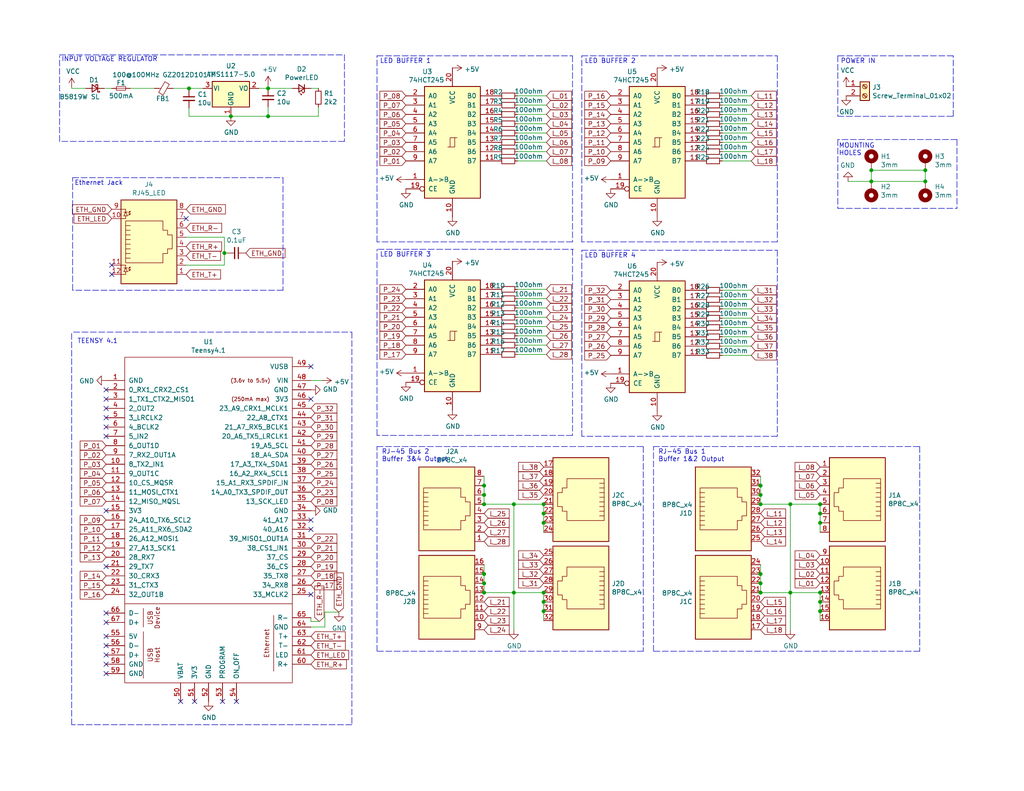
<source format=kicad_sch>
(kicad_sch (version 20211123) (generator eeschema)
  (paper "A")
  (title_block (title "DuotrigesimalWS2811") (company "Amos Computing"))
  (junction (at 207.518 132.588))
  (junction (at 207.518 137.668))
  (junction (at 140.208 161.798))
  (junction (at 132.08 159.258))
  (junction (at 132.08 161.798))
  (junction (at 223.774 142.748))
  (junction (at 61.214 69.088))
  (junction (at 62.992 31.75))
  (junction (at 223.774 137.668))
  (junction (at 132.08 137.668))
  (junction (at 148.336 164.338))
  (junction (at 132.08 132.588))
  (junction (at 223.774 161.798))
  (junction (at 252.476 46.482))
  (junction (at 223.774 164.338))
  (junction (at 237.744 46.482))
  (junction (at 148.336 166.878))
  (junction (at 73.152 24.13))
  (junction (at 237.744 49.53))
  (junction (at 207.518 161.798))
  (junction (at 252.476 49.53))
  (junction (at 207.518 135.128))
  (junction (at 73.152 31.75))
  (junction (at 132.08 135.128))
  (junction (at 223.774 166.878))
  (junction (at 215.646 161.798))
  (junction (at 51.562 24.13))
  (junction (at 140.208 137.668))
  (junction (at 148.336 161.798))
  (junction (at 207.518 159.258))
  (junction (at 148.336 137.668))
  (junction (at 148.336 140.208))
  (junction (at 223.774 140.208))
  (junction (at 132.08 156.718))
  (junction (at 207.518 156.718))
  (junction (at 148.336 142.748))
  (junction (at 215.646 137.668))
  (no_connect (at 64.516 191.516))
  (no_connect (at 60.706 191.516))
  (no_connect (at 28.956 183.896))
  (no_connect (at 84.836 144.526))
  (no_connect (at 28.956 173.736))
  (no_connect (at 84.836 100.076))
  (no_connect (at 28.956 119.126))
  (no_connect (at 30.48 72.39))
  (no_connect (at 28.956 181.356))
  (no_connect (at 50.8 59.69))
  (no_connect (at 28.956 139.446))
  (no_connect (at 28.956 169.926))
  (no_connect (at 28.956 176.276))
  (no_connect (at 28.956 178.816))
  (no_connect (at 84.836 141.986))
  (no_connect (at 28.956 116.586))
  (no_connect (at 84.836 108.966))
  (no_connect (at 28.956 111.506))
  (no_connect (at 28.956 108.966))
  (no_connect (at 53.086 191.516))
  (no_connect (at 49.276 191.516))
  (no_connect (at 84.836 162.306))
  (no_connect (at 30.48 74.93))
  (no_connect (at 28.956 106.426))
  (no_connect (at 28.956 154.686))
  (no_connect (at 28.956 114.046))
  (no_connect (at 28.956 167.386))
  (polyline (pts (xy 175.514 177.8) (xy 102.87 177.8)))
  (wire (pts (xy 62.992 31.75) (xy 73.152 31.75)))
  (wire (pts (xy 149.098 86.614) (xy 141.224 86.614)))
  (polyline (pts (xy 93.98 38.608) (xy 16.256 38.608)))
  (wire (pts (xy 141.224 89.154) (xy 149.098 89.154)))
  (polyline (pts (xy 228.6 56.896) (xy 261.112 56.896)))
  (wire (pts (xy 51.562 24.13) (xy 55.372 24.13)))
  (wire (pts (xy 141.224 78.994) (xy 149.098 78.994)))
  (wire (pts (xy 84.836 169.672) (xy 87.122 169.672)))
  (wire (pts (xy 148.336 142.748) (xy 148.336 140.208)))
  (wire (pts (xy 141.224 41.402) (xy 149.098 41.402)))
  (polyline (pts (xy 96.012 197.866) (xy 19.558 197.866)))
  (wire (pts (xy 35.56 24.13) (xy 42.164 24.13)))
  (wire (pts (xy 73.152 31.75) (xy 86.868 31.75)))
  (wire (pts (xy 215.646 161.798) (xy 207.518 161.798)))
  (wire (pts (xy 207.518 135.128) (xy 207.518 137.668)))
  (wire (pts (xy 197.104 26.162) (xy 204.978 26.162)))
  (polyline (pts (xy 19.812 79.248) (xy 19.812 48.514)))
  (wire (pts (xy 84.836 171.196) (xy 88.646 171.196)))
  (wire (pts (xy 204.978 91.948) (xy 197.104 91.948)))
  (wire (pts (xy 132.08 156.718) (xy 132.08 154.178)))
  (wire (pts (xy 132.08 135.128) (xy 132.08 137.668)))
  (wire (pts (xy 197.104 79.248) (xy 204.978 79.248)))
  (wire (pts (xy 140.208 137.668) (xy 140.208 161.798)))
  (wire (pts (xy 73.152 24.13) (xy 73.152 23.368)))
  (polyline (pts (xy 158.75 119.126) (xy 158.75 68.326)))
  (polyline (pts (xy 212.09 119.126) (xy 158.75 119.126)))
  (wire (pts (xy 148.336 137.668) (xy 140.208 137.668)))
  (polyline (pts (xy 20.066 90.678) (xy 96.012 90.678)))
  (wire (pts (xy 223.774 166.878) (xy 223.774 164.338)))
  (wire (pts (xy 61.214 69.088) (xy 61.976 69.088)))
  (polyline (pts (xy 102.87 121.92) (xy 175.514 121.92)))
  (wire (pts (xy 223.774 140.208) (xy 223.774 142.748)))
  (polyline (pts (xy 19.812 48.514) (xy 77.216 48.514)))
  (polyline (pts (xy 156.21 118.872) (xy 102.87 118.872)))
  (wire (pts (xy 141.224 31.242) (xy 149.098 31.242)))
  (wire (pts (xy 148.336 145.288) (xy 148.336 142.748)))
  (wire (pts (xy 140.208 161.798) (xy 140.208 171.958)))
  (wire (pts (xy 149.098 38.862) (xy 141.224 38.862)))
  (wire (pts (xy 149.098 91.694) (xy 141.224 91.694)))
  (polyline (pts (xy 77.216 79.248) (xy 19.812 79.248)))
  (polyline (pts (xy 260.096 31.75) (xy 260.096 15.24)))
  (wire (pts (xy 207.518 137.668) (xy 215.646 137.668)))
  (polyline (pts (xy 102.87 15.24) (xy 156.21 15.24)))
  (wire (pts (xy 197.104 84.328) (xy 204.978 84.328)))
  (wire (pts (xy 132.08 161.798) (xy 132.08 159.258)))
  (wire (pts (xy 86.868 31.75) (xy 86.868 29.21)))
  (wire (pts (xy 51.562 29.464) (xy 51.562 31.75)))
  (wire (pts (xy 149.098 81.534) (xy 141.224 81.534)))
  (wire (pts (xy 148.336 166.878) (xy 148.336 164.338)))
  (wire (pts (xy 61.214 69.088) (xy 61.214 72.39)))
  (wire (pts (xy 50.8 72.39) (xy 61.214 72.39)))
  (polyline (pts (xy 158.75 68.326) (xy 212.09 68.326)))
  (wire (pts (xy 132.08 137.668) (xy 140.208 137.668)))
  (wire (pts (xy 86.868 24.13) (xy 84.836 24.13)))
  (wire (pts (xy 51.562 31.75) (xy 62.992 31.75)))
  (wire (pts (xy 141.224 84.074) (xy 149.098 84.074)))
  (wire (pts (xy 140.208 161.798) (xy 132.08 161.798)))
  (wire (pts (xy 132.08 132.588) (xy 132.08 135.128)))
  (wire (pts (xy 204.978 86.868) (xy 197.104 86.868)))
  (wire (pts (xy 207.518 132.588) (xy 207.518 135.128)))
  (wire (pts (xy 231.394 49.53) (xy 237.744 49.53)))
  (wire (pts (xy 204.978 97.028) (xy 197.104 97.028)))
  (wire (pts (xy 61.214 64.77) (xy 61.214 69.088)))
  (wire (pts (xy 141.224 26.162) (xy 149.098 26.162)))
  (wire (pts (xy 70.612 24.13) (xy 73.152 24.13)))
  (wire (pts (xy 149.098 28.702) (xy 141.224 28.702)))
  (wire (pts (xy 237.744 49.53) (xy 237.744 46.482)))
  (polyline (pts (xy 103.124 68.072) (xy 156.464 68.072)))
  (wire (pts (xy 149.098 33.782) (xy 141.224 33.782)))
  (wire (pts (xy 223.774 137.668) (xy 223.774 140.208)))
  (wire (pts (xy 197.104 31.242) (xy 204.978 31.242)))
  (wire (pts (xy 223.774 164.338) (xy 223.774 161.798)))
  (polyline (pts (xy 158.75 66.04) (xy 158.75 15.24)))
  (wire (pts (xy 132.08 159.258) (xy 132.08 156.718)))
  (wire (pts (xy 141.224 36.322) (xy 149.098 36.322)))
  (polyline (pts (xy 228.6 15.24) (xy 228.6 31.75)))
  (wire (pts (xy 88.646 171.196) (xy 88.646 167.132)))
  (wire (pts (xy 132.08 130.048) (xy 132.08 132.588)))
  (wire (pts (xy 207.518 161.798) (xy 207.518 159.258)))
  (wire (pts (xy 84.836 168.656) (xy 84.836 169.672)))
  (wire (pts (xy 51.562 24.13) (xy 47.244 24.13)))
  (wire (pts (xy 197.104 89.408) (xy 204.978 89.408)))
  (wire (pts (xy 149.098 43.942) (xy 141.224 43.942)))
  (wire (pts (xy 207.518 130.048) (xy 207.518 132.588)))
  (polyline (pts (xy 212.09 15.24) (xy 212.09 66.04)))
  (polyline (pts (xy 250.952 121.92) (xy 250.952 177.8)))
  (polyline (pts (xy 19.558 197.866) (xy 19.558 90.678)))
  (wire (pts (xy 204.978 38.862) (xy 197.104 38.862)))
  (polyline (pts (xy 77.216 48.514) (xy 77.216 79.248)))
  (wire (pts (xy 252.476 46.482) (xy 252.476 49.53)))
  (wire (pts (xy 148.336 161.798) (xy 140.208 161.798)))
  (wire (pts (xy 197.104 36.322) (xy 204.978 36.322)))
  (wire (pts (xy 223.774 161.798) (xy 215.646 161.798)))
  (polyline (pts (xy 212.09 66.04) (xy 158.75 66.04)))
  (polyline (pts (xy 93.98 14.986) (xy 93.98 38.608)))
  (polyline (pts (xy 228.6 31.75) (xy 260.096 31.75)))
  (polyline (pts (xy 212.09 68.326) (xy 212.09 119.126)))
  (polyline (pts (xy 16.256 38.608) (xy 16.256 15.24)))
  (polyline (pts (xy 261.112 38.1) (xy 228.6 38.1)))
  (wire (pts (xy 223.774 169.418) (xy 223.774 166.878)))
  (polyline (pts (xy 96.012 90.678) (xy 96.012 197.866)))
  (wire (pts (xy 79.756 24.13) (xy 73.152 24.13)))
  (polyline (pts (xy 102.87 66.04) (xy 102.87 15.24)))
  (wire (pts (xy 252.476 49.53) (xy 237.744 49.53)))
  (wire (pts (xy 149.098 96.774) (xy 141.224 96.774)))
  (polyline (pts (xy 102.87 177.8) (xy 102.87 121.92)))
  (wire (pts (xy 73.152 29.21) (xy 73.152 31.75)))
  (wire (pts (xy 223.774 142.748) (xy 223.774 145.288)))
  (polyline (pts (xy 156.21 66.04) (xy 102.87 66.04)))
  (wire (pts (xy 88.646 167.132) (xy 92.456 167.132)))
  (polyline (pts (xy 228.6 38.1) (xy 228.6 56.896)))
  (wire (pts (xy 50.8 64.77) (xy 61.214 64.77)))
  (wire (pts (xy 207.518 159.258) (xy 207.518 156.718)))
  (wire (pts (xy 204.978 28.702) (xy 197.104 28.702)))
  (polyline (pts (xy 175.514 121.92) (xy 175.514 177.8)))
  (wire (pts (xy 204.978 33.782) (xy 197.104 33.782)))
  (wire (pts (xy 148.336 164.338) (xy 148.336 161.798)))
  (wire (pts (xy 204.978 43.942) (xy 197.104 43.942)))
  (wire (pts (xy 207.518 156.718) (xy 207.518 154.178)))
  (wire (pts (xy 204.978 81.788) (xy 197.104 81.788)))
  (wire (pts (xy 237.744 46.482) (xy 252.476 46.482)))
  (wire (pts (xy 215.646 137.668) (xy 215.646 161.798)))
  (wire (pts (xy 215.646 161.798) (xy 215.646 171.958)))
  (polyline (pts (xy 250.952 177.8) (xy 178.308 177.8)))
  (polyline (pts (xy 156.21 68.072) (xy 156.21 118.872)))
  (polyline (pts (xy 102.87 118.872) (xy 102.87 68.072)))
  (wire (pts (xy 23.368 24.13) (xy 19.558 24.13)))
  (wire (pts (xy 19.558 24.13) (xy 19.558 23.876)))
  (wire (pts (xy 141.224 94.234) (xy 149.098 94.234)))
  (polyline (pts (xy 158.75 15.24) (xy 212.09 15.24)))
  (wire (pts (xy 84.836 103.886) (xy 87.884 103.886)))
  (wire (pts (xy 197.104 94.488) (xy 204.978 94.488)))
  (wire (pts (xy 197.104 41.402) (xy 204.978 41.402)))
  (wire (pts (xy 51.562 24.13) (xy 51.562 24.384)))
  (polyline (pts (xy 178.308 177.8) (xy 178.308 121.92)))
  (wire (pts (xy 28.448 24.13) (xy 30.48 24.13)))
  (wire (pts (xy 148.336 140.208) (xy 148.336 137.668)))
  (polyline (pts (xy 261.112 38.1) (xy 261.112 56.896)))
  (polyline (pts (xy 16.256 14.986) (xy 93.98 14.986)))
  (wire (pts (xy 148.336 169.418) (xy 148.336 166.878)))
  (polyline (pts (xy 260.096 15.24) (xy 228.6 15.24)))
  (wire (pts (xy 215.646 137.668) (xy 223.774 137.668)))
  (polyline (pts (xy 178.308 121.92) (xy 250.952 121.92)))
  (polyline (pts (xy 156.21 15.24) (xy 156.21 66.04)))
  (text "TEENSY 4.1" (at 21.082 93.98 0) (effects (font (size 1.27 1.27)) (justify left bottom)))
  (text "LED BUFFER 4" (at 159.512 70.612 0) (effects (font (size 1.27 1.27)) (justify left bottom)))
  (text "Ethernet Jack" (at 20.32 50.8 0) (effects (font (size 1.27 1.27)) (justify left bottom)))
  (text "RJ-45 Bus 2\nBuffer 3&4 Output" (at 104.14 126.238 0) (effects (font (size 1.27 1.27)) (justify left bottom)))
  (text "LED BUFFER 3\n" (at 103.632 70.358 0) (effects (font (size 1.27 1.27)) (justify left bottom)))
  (text "LED BUFFER 1" (at 103.632 17.526 0) (effects (font (size 1.27 1.27)) (justify left bottom)))
  (text "LED BUFFER 2\n" (at 159.512 17.526 0) (effects (font (size 1.27 1.27)) (justify left bottom)))
  (text "INPUT VOLTAGE REGULATOR" (at 16.764 17.018 0) (effects (font (size 1.27 1.27)) (justify left bottom)))
  (text "RJ-45 Bus 1\nBuffer 1&2 Output" (at 179.578 126.238 0) (effects (font (size 1.27 1.27)) (justify left bottom)))
  (text "POWER IN" (at 229.362 17.526 0) (effects (font (size 1.27 1.27)) (justify left bottom)))
  (text "MOUNTING\nHOLES" (at 228.854 42.672 0) (effects (font (size 1.27 1.27)) (justify left bottom)))
  (global_label "P_14" (shape input) (at 28.956 157.226 180) (property "Intersheet References" "${INTERSHEET_REFS}" (effects hide)))
  (global_label "P_04" (shape input) (at 28.956 129.286 180) (property "Intersheet References" "${INTERSHEET_REFS}" (effects hide)))
  (global_label "P_18" (shape input) (at 110.744 94.234 180) (property "Intersheet References" "${INTERSHEET_REFS}" (effects hide)))
  (global_label "P_22" (shape input) (at 110.744 84.074 180) (property "Intersheet References" "${INTERSHEET_REFS}" (effects hide)))
  (global_label "ETH_T-" (shape input) (at 50.8 69.85 0) (property "Intersheet References" "${INTERSHEET_REFS}" (effects hide)))
  (global_label "P_01" (shape input) (at 28.956 121.666 180) (property "Intersheet References" "${INTERSHEET_REFS}" (effects hide)))
  (global_label "ETH_T-" (shape input) (at 84.836 176.276 0) (property "Intersheet References" "${INTERSHEET_REFS}" (effects hide)))
  (global_label "P_08" (shape input) (at 110.744 26.162 180) (property "Intersheet References" "${INTERSHEET_REFS}" (effects hide)))
  (global_label "P_25" (shape input) (at 166.624 97.028 180) (property "Intersheet References" "${INTERSHEET_REFS}" (effects hide)))
  (global_label "L_14" (shape input) (at 207.518 147.828 0) (property "Intersheet References" "${INTERSHEET_REFS}" (effects hide)))
  (global_label "L_35" (shape input) (at 204.978 89.408 0) (property "Intersheet References" "${INTERSHEET_REFS}" (effects hide)))
  (global_label "L_01" (shape input) (at 149.098 26.162 0) (property "Intersheet References" "${INTERSHEET_REFS}" (effects hide)))
  (global_label "ETH_R-" (shape input) (at 87.122 169.672 90) (property "Intersheet References" "${INTERSHEET_REFS}" (effects hide)))
  (global_label "P_28" (shape input) (at 166.624 89.408 180) (property "Intersheet References" "${INTERSHEET_REFS}" (effects hide)))
  (global_label "L_01" (shape input) (at 223.774 159.258 180) (property "Intersheet References" "${INTERSHEET_REFS}" (effects hide)))
  (global_label "L_33" (shape input) (at 148.336 154.178 180) (property "Intersheet References" "${INTERSHEET_REFS}" (effects hide)))
  (global_label "L_37" (shape input) (at 148.336 130.048 180) (property "Intersheet References" "${INTERSHEET_REFS}" (effects hide)))
  (global_label "P_17" (shape input) (at 110.744 96.774 180) (property "Intersheet References" "${INTERSHEET_REFS}" (effects hide)))
  (global_label "L_34" (shape input) (at 148.336 151.638 180) (property "Intersheet References" "${INTERSHEET_REFS}" (effects hide)))
  (global_label "P_12" (shape input) (at 28.956 149.606 180) (property "Intersheet References" "${INTERSHEET_REFS}" (effects hide)))
  (global_label "L_23" (shape input) (at 149.098 84.074 0) (property "Intersheet References" "${INTERSHEET_REFS}" (effects hide)))
  (global_label "P_17" (shape input) (at 84.836 159.766 0) (property "Intersheet References" "${INTERSHEET_REFS}" (effects hide)))
  (global_label "P_15" (shape input) (at 166.624 28.702 180) (property "Intersheet References" "${INTERSHEET_REFS}" (effects hide)))
  (global_label "P_20" (shape input) (at 110.744 89.154 180) (property "Intersheet References" "${INTERSHEET_REFS}" (effects hide)))
  (global_label "P_07" (shape input) (at 28.956 136.906 180) (property "Intersheet References" "${INTERSHEET_REFS}" (effects hide)))
  (global_label "L_32" (shape input) (at 148.336 156.718 180) (property "Intersheet References" "${INTERSHEET_REFS}" (effects hide)))
  (global_label "P_26" (shape input) (at 166.624 94.488 180) (property "Intersheet References" "${INTERSHEET_REFS}" (effects hide)))
  (global_label "P_12" (shape input) (at 166.624 36.322 180) (property "Intersheet References" "${INTERSHEET_REFS}" (effects hide)))
  (global_label "P_11" (shape input) (at 166.624 38.862 180) (property "Intersheet References" "${INTERSHEET_REFS}" (effects hide)))
  (global_label "P_05" (shape input) (at 28.956 131.826 180) (property "Intersheet References" "${INTERSHEET_REFS}" (effects hide)))
  (global_label "L_34" (shape input) (at 204.978 86.868 0) (property "Intersheet References" "${INTERSHEET_REFS}" (effects hide)))
  (global_label "P_15" (shape input) (at 28.956 159.766 180) (property "Intersheet References" "${INTERSHEET_REFS}" (effects hide)))
  (global_label "P_13" (shape input) (at 28.956 152.146 180) (property "Intersheet References" "${INTERSHEET_REFS}" (effects hide)))
  (global_label "L_25" (shape input) (at 149.098 89.154 0) (property "Intersheet References" "${INTERSHEET_REFS}" (effects hide)))
  (global_label "L_24" (shape input) (at 132.08 171.958 0) (property "Intersheet References" "${INTERSHEET_REFS}" (effects hide)))
  (global_label "P_25" (shape input) (at 84.836 129.286 0) (property "Intersheet References" "${INTERSHEET_REFS}" (effects hide)))
  (global_label "L_31" (shape input) (at 148.336 159.258 180) (property "Intersheet References" "${INTERSHEET_REFS}" (effects hide)))
  (global_label "ETH_LED" (shape input) (at 84.836 178.816 0) (property "Intersheet References" "${INTERSHEET_REFS}" (effects hide)))
  (global_label "P_29" (shape input) (at 166.624 86.868 180) (property "Intersheet References" "${INTERSHEET_REFS}" (effects hide)))
  (global_label "ETH_R+" (shape input) (at 84.836 181.356 0) (property "Intersheet References" "${INTERSHEET_REFS}" (effects hide)))
  (global_label "P_21" (shape input) (at 84.836 149.606 0) (property "Intersheet References" "${INTERSHEET_REFS}" (effects hide)))
  (global_label "P_22" (shape input) (at 84.836 147.066 0) (property "Intersheet References" "${INTERSHEET_REFS}" (effects hide)))
  (global_label "ETH_T+" (shape input) (at 84.836 173.736 0) (property "Intersheet References" "${INTERSHEET_REFS}" (effects hide)))
  (global_label "P_18" (shape input) (at 84.836 157.226 0) (property "Intersheet References" "${INTERSHEET_REFS}" (effects hide)))
  (global_label "P_05" (shape input) (at 110.744 33.782 180) (property "Intersheet References" "${INTERSHEET_REFS}" (effects hide)))
  (global_label "P_09" (shape input) (at 166.624 43.942 180) (property "Intersheet References" "${INTERSHEET_REFS}" (effects hide)))
  (global_label "ETH_GND" (shape input) (at 92.456 167.132 90) (property "Intersheet References" "${INTERSHEET_REFS}" (effects hide)))
  (global_label "L_02" (shape input) (at 223.774 156.718 180) (property "Intersheet References" "${INTERSHEET_REFS}" (effects hide)))
  (global_label "ETH_R-" (shape input) (at 50.8 62.23 0) (property "Intersheet References" "${INTERSHEET_REFS}" (effects hide)))
  (global_label "L_26" (shape input) (at 132.08 142.748 0) (property "Intersheet References" "${INTERSHEET_REFS}" (effects hide)))
  (global_label "P_03" (shape input) (at 110.744 38.862 180) (property "Intersheet References" "${INTERSHEET_REFS}" (effects hide)))
  (global_label "P_27" (shape input) (at 166.624 91.948 180) (property "Intersheet References" "${INTERSHEET_REFS}" (effects hide)))
  (global_label "P_32" (shape input) (at 166.624 79.248 180) (property "Intersheet References" "${INTERSHEET_REFS}" (effects hide)))
  (global_label "L_23" (shape input) (at 132.08 169.418 0) (property "Intersheet References" "${INTERSHEET_REFS}" (effects hide)))
  (global_label "L_06" (shape input) (at 149.098 38.862 0) (property "Intersheet References" "${INTERSHEET_REFS}" (effects hide)))
  (global_label "ETH_GND" (shape input) (at 67.056 69.088 0) (property "Intersheet References" "${INTERSHEET_REFS}" (effects hide)))
  (global_label "L_38" (shape input) (at 204.978 97.028 0) (property "Intersheet References" "${INTERSHEET_REFS}" (effects hide)))
  (global_label "P_09" (shape input) (at 28.956 141.986 180) (property "Intersheet References" "${INTERSHEET_REFS}" (effects hide)))
  (global_label "P_02" (shape input) (at 28.956 124.206 180) (property "Intersheet References" "${INTERSHEET_REFS}" (effects hide)))
  (global_label "L_17" (shape input) (at 204.978 41.402 0) (property "Intersheet References" "${INTERSHEET_REFS}" (effects hide)))
  (global_label "L_22" (shape input) (at 132.08 166.878 0) (property "Intersheet References" "${INTERSHEET_REFS}" (effects hide)))
  (global_label "L_07" (shape input) (at 223.774 130.048 180) (property "Intersheet References" "${INTERSHEET_REFS}" (effects hide)))
  (global_label "L_03" (shape input) (at 223.774 154.178 180) (property "Intersheet References" "${INTERSHEET_REFS}" (effects hide)))
  (global_label "L_18" (shape input) (at 207.518 171.958 0) (property "Intersheet References" "${INTERSHEET_REFS}" (effects hide)))
  (global_label "L_17" (shape input) (at 207.518 169.418 0) (property "Intersheet References" "${INTERSHEET_REFS}" (effects hide)))
  (global_label "L_37" (shape input) (at 204.978 94.488 0) (property "Intersheet References" "${INTERSHEET_REFS}" (effects hide)))
  (global_label "L_08" (shape input) (at 149.098 43.942 0) (property "Intersheet References" "${INTERSHEET_REFS}" (effects hide)))
  (global_label "L_02" (shape input) (at 149.098 28.702 0) (property "Intersheet References" "${INTERSHEET_REFS}" (effects hide)))
  (global_label "L_31" (shape input) (at 204.978 79.248 0) (property "Intersheet References" "${INTERSHEET_REFS}" (effects hide)))
  (global_label "L_13" (shape input) (at 207.518 145.288 0) (property "Intersheet References" "${INTERSHEET_REFS}" (effects hide)))
  (global_label "P_23" (shape input) (at 110.744 81.534 180) (property "Intersheet References" "${INTERSHEET_REFS}" (effects hide)))
  (global_label "L_16" (shape input) (at 204.978 38.862 0) (property "Intersheet References" "${INTERSHEET_REFS}" (effects hide)))
  (global_label "L_33" (shape input) (at 204.978 84.328 0) (property "Intersheet References" "${INTERSHEET_REFS}" (effects hide)))
  (global_label "P_14" (shape input) (at 166.624 31.242 180) (property "Intersheet References" "${INTERSHEET_REFS}" (effects hide)))
  (global_label "L_04" (shape input) (at 223.774 151.638 180) (property "Intersheet References" "${INTERSHEET_REFS}" (effects hide)))
  (global_label "ETH_GND" (shape input) (at 50.8 57.15 0) (property "Intersheet References" "${INTERSHEET_REFS}" (effects hide)))
  (global_label "P_13" (shape input) (at 166.624 33.782 180) (property "Intersheet References" "${INTERSHEET_REFS}" (effects hide)))
  (global_label "P_30" (shape input) (at 166.624 84.328 180) (property "Intersheet References" "${INTERSHEET_REFS}" (effects hide)))
  (global_label "P_11" (shape input) (at 28.956 147.066 180) (property "Intersheet References" "${INTERSHEET_REFS}" (effects hide)))
  (global_label "P_27" (shape input) (at 84.836 124.206 0) (property "Intersheet References" "${INTERSHEET_REFS}" (effects hide)))
  (global_label "P_19" (shape input) (at 110.744 91.694 180) (property "Intersheet References" "${INTERSHEET_REFS}" (effects hide)))
  (global_label "P_20" (shape input) (at 84.836 152.146 0) (property "Intersheet References" "${INTERSHEET_REFS}" (effects hide)))
  (global_label "L_36" (shape input) (at 204.978 91.948 0) (property "Intersheet References" "${INTERSHEET_REFS}" (effects hide)))
  (global_label "P_31" (shape input) (at 84.836 114.046 0) (property "Intersheet References" "${INTERSHEET_REFS}" (effects hide)))
  (global_label "P_24" (shape input) (at 84.836 131.826 0) (property "Intersheet References" "${INTERSHEET_REFS}" (effects hide)))
  (global_label "L_14" (shape input) (at 204.978 33.782 0) (property "Intersheet References" "${INTERSHEET_REFS}" (effects hide)))
  (global_label "P_08" (shape input) (at 84.836 136.906 0) (property "Intersheet References" "${INTERSHEET_REFS}" (effects hide)))
  (global_label "P_28" (shape input) (at 84.836 121.666 0) (property "Intersheet References" "${INTERSHEET_REFS}" (effects hide)))
  (global_label "L_16" (shape input) (at 207.518 166.878 0) (property "Intersheet References" "${INTERSHEET_REFS}" (effects hide)))
  (global_label "L_05" (shape input) (at 149.098 36.322 0) (property "Intersheet References" "${INTERSHEET_REFS}" (effects hide)))
  (global_label "P_24" (shape input) (at 110.744 78.994 180) (property "Intersheet References" "${INTERSHEET_REFS}" (effects hide)))
  (global_label "L_28" (shape input) (at 132.08 147.828 0) (property "Intersheet References" "${INTERSHEET_REFS}" (effects hide)))
  (global_label "L_08" (shape input) (at 223.774 127.508 180) (property "Intersheet References" "${INTERSHEET_REFS}" (effects hide)))
  (global_label "L_27" (shape input) (at 132.08 145.288 0) (property "Intersheet References" "${INTERSHEET_REFS}" (effects hide)))
  (global_label "P_23" (shape input) (at 84.836 134.366 0) (property "Intersheet References" "${INTERSHEET_REFS}" (effects hide)))
  (global_label "ETH_LED" (shape input) (at 30.48 59.69 180) (property "Intersheet References" "${INTERSHEET_REFS}" (effects hide)))
  (global_label "L_07" (shape input) (at 149.098 41.402 0) (property "Intersheet References" "${INTERSHEET_REFS}" (effects hide)))
  (global_label "L_05" (shape input) (at 223.774 135.128 180) (property "Intersheet References" "${INTERSHEET_REFS}" (effects hide)))
  (global_label "ETH_GND" (shape input) (at 30.48 57.15 180) (property "Intersheet References" "${INTERSHEET_REFS}" (effects hide)))
  (global_label "L_21" (shape input) (at 149.098 78.994 0) (property "Intersheet References" "${INTERSHEET_REFS}" (effects hide)))
  (global_label "L_12" (shape input) (at 204.978 28.702 0) (property "Intersheet References" "${INTERSHEET_REFS}" (effects hide)))
  (global_label "L_35" (shape input) (at 148.336 135.128 180) (property "Intersheet References" "${INTERSHEET_REFS}" (effects hide)))
  (global_label "L_38" (shape input) (at 148.336 127.508 180) (property "Intersheet References" "${INTERSHEET_REFS}" (effects hide)))
  (global_label "P_04" (shape input) (at 110.744 36.322 180) (property "Intersheet References" "${INTERSHEET_REFS}" (effects hide)))
  (global_label "P_16" (shape input) (at 166.624 26.162 180) (property "Intersheet References" "${INTERSHEET_REFS}" (effects hide)))
  (global_label "P_31" (shape input) (at 166.624 81.788 180) (property "Intersheet References" "${INTERSHEET_REFS}" (effects hide)))
  (global_label "L_27" (shape input) (at 149.098 94.234 0) (property "Intersheet References" "${INTERSHEET_REFS}" (effects hide)))
  (global_label "P_06" (shape input) (at 28.956 134.366 180) (property "Intersheet References" "${INTERSHEET_REFS}" (effects hide)))
  (global_label "L_03" (shape input) (at 149.098 31.242 0) (property "Intersheet References" "${INTERSHEET_REFS}" (effects hide)))
  (global_label "L_32" (shape input) (at 204.978 81.788 0) (property "Intersheet References" "${INTERSHEET_REFS}" (effects hide)))
  (global_label "L_36" (shape input) (at 148.336 132.588 180) (property "Intersheet References" "${INTERSHEET_REFS}" (effects hide)))
  (global_label "P_07" (shape input) (at 110.744 28.702 180) (property "Intersheet References" "${INTERSHEET_REFS}" (effects hide)))
  (global_label "L_11" (shape input) (at 207.518 140.208 0) (property "Intersheet References" "${INTERSHEET_REFS}" (effects hide)))
  (global_label "P_30" (shape input) (at 84.836 116.586 0) (property "Intersheet References" "${INTERSHEET_REFS}" (effects hide)))
  (global_label "P_21" (shape input) (at 110.744 86.614 180) (property "Intersheet References" "${INTERSHEET_REFS}" (effects hide)))
  (global_label "P_10" (shape input) (at 28.956 144.526 180) (property "Intersheet References" "${INTERSHEET_REFS}" (effects hide)))
  (global_label "P_10" (shape input) (at 166.624 41.402 180) (property "Intersheet References" "${INTERSHEET_REFS}" (effects hide)))
  (global_label "L_13" (shape input) (at 204.978 31.242 0) (property "Intersheet References" "${INTERSHEET_REFS}" (effects hide)))
  (global_label "L_28" (shape input) (at 149.098 96.774 0) (property "Intersheet References" "${INTERSHEET_REFS}" (effects hide)))
  (global_label "L_06" (shape input) (at 223.774 132.588 180) (property "Intersheet References" "${INTERSHEET_REFS}" (effects hide)))
  (global_label "L_15" (shape input) (at 207.518 164.338 0) (property "Intersheet References" "${INTERSHEET_REFS}" (effects hide)))
  (global_label "P_03" (shape input) (at 28.956 126.746 180) (property "Intersheet References" "${INTERSHEET_REFS}" (effects hide)))
  (global_label "P_02" (shape input) (at 110.744 41.402 180) (property "Intersheet References" "${INTERSHEET_REFS}" (effects hide)))
  (global_label "L_11" (shape input) (at 204.978 26.162 0) (property "Intersheet References" "${INTERSHEET_REFS}" (effects hide)))
  (global_label "L_18" (shape input) (at 204.978 43.942 0) (property "Intersheet References" "${INTERSHEET_REFS}" (effects hide)))
  (global_label "L_15" (shape input) (at 204.978 36.322 0) (property "Intersheet References" "${INTERSHEET_REFS}" (effects hide)))
  (global_label "P_19" (shape input) (at 84.836 154.686 0) (property "Intersheet References" "${INTERSHEET_REFS}" (effects hide)))
  (global_label "P_29" (shape input) (at 84.836 119.126 0) (property "Intersheet References" "${INTERSHEET_REFS}" (effects hide)))
  (global_label "L_12" (shape input) (at 207.518 142.748 0) (property "Intersheet References" "${INTERSHEET_REFS}" (effects hide)))
  (global_label "L_25" (shape input) (at 132.08 140.208 0) (property "Intersheet References" "${INTERSHEET_REFS}" (effects hide)))
  (global_label "P_06" (shape input) (at 110.744 31.242 180) (property "Intersheet References" "${INTERSHEET_REFS}" (effects hide)))
  (global_label "ETH_R+" (shape input) (at 50.8 67.31 0) (property "Intersheet References" "${INTERSHEET_REFS}" (effects hide)))
  (global_label "L_04" (shape input) (at 149.098 33.782 0) (property "Intersheet References" "${INTERSHEET_REFS}" (effects hide)))
  (global_label "P_26" (shape input) (at 84.836 126.746 0) (property "Intersheet References" "${INTERSHEET_REFS}" (effects hide)))
  (global_label "L_24" (shape input) (at 149.098 86.614 0) (property "Intersheet References" "${INTERSHEET_REFS}" (effects hide)))
  (global_label "L_22" (shape input) (at 149.098 81.534 0) (property "Intersheet References" "${INTERSHEET_REFS}" (effects hide)))
  (global_label "ETH_T+" (shape input) (at 50.8 74.93 0) (property "Intersheet References" "${INTERSHEET_REFS}" (effects hide)))
  (global_label "L_21" (shape input) (at 132.08 164.338 0) (property "Intersheet References" "${INTERSHEET_REFS}" (effects hide)))
  (global_label "P_16" (shape input) (at 28.956 162.306 180) (property "Intersheet References" "${INTERSHEET_REFS}" (effects hide)))
  (global_label "P_01" (shape input) (at 110.744 43.942 180) (property "Intersheet References" "${INTERSHEET_REFS}" (effects hide)))
  (global_label "P_32" (shape input) (at 84.836 111.506 0) (property "Intersheet References" "${INTERSHEET_REFS}" (effects hide)))
  (global_label "L_26" (shape input) (at 149.098 91.694 0) (property "Intersheet References" "${INTERSHEET_REFS}" (effects hide)))
  (symbol (lib_id "Regulator_Linear:AMS1117-5.0") (at 62.992 24.13 0) (unit 1)
    (property "Reference" "U2" (at 62.992 17.9832 0))
    (property "Value" "AMS1117-5.0" (at 62.992 20.2946 0))
    (property "Footprint" "Package_TO_SOT_SMD:SOT-223-3_TabPin2" (effects hide))
    (property "Datasheet" "http://www.advanced-monolithic.com/pdf/ds1117.pdf" (effects hide))
    (property "LCSC" "C6187" (effects hide))
  )
  (symbol (lib_id "Device:C_Small") (at 51.562 26.924 0) (unit 1)
    (property "Reference" "C1" (at 53.8988 25.7556 0) (effects (justify left)))
    (property "Value" "10u" (at 53.8988 28.067 0) (effects (justify left)))
    (property "Footprint" "Capacitor_SMD:C_1206_3216Metric" (effects hide))
    (property "Datasheet" "https://datasheet.lcsc.com/szlcsc/Samsung-Electro-Mechanics-CL31A106KBHNNNE_C13585.pdf" (effects hide))
    (property "LCSC" "C13585" (effects hide))
  )
  (symbol (lib_id "Device:C_Small") (at 73.152 26.67 0) (unit 1)
    (property "Reference" "C2" (at 75.4888 25.5016 0) (effects (justify left)))
    (property "Value" "10u" (at 75.4888 27.813 0) (effects (justify left)))
    (property "Footprint" "Capacitor_SMD:C_1206_3216Metric" (effects hide))
    (property "Datasheet" "https://datasheet.lcsc.com/szlcsc/Samsung-Electro-Mechanics-CL31A106KBHNNNE_C13585.pdf" (effects hide))
    (property "LCSC" "C13585" (effects hide))
  )
  (symbol (lib_id "power:GND") (at 62.992 31.75 0) (unit 1)
    (property "Reference" "#PWR05" (effects hide))
    (property "Value" "GND" (at 63.119 36.1442 0))
  )
  (symbol (lib_id "power:+5V") (at 73.152 23.368 0) (unit 1)
    (property "Reference" "#PWR06" (effects hide))
    (property "Value" "+5V" (at 73.533 18.9738 0))
  )
  (symbol (lib_id "Device:Ferrite_Bead_Small") (at 44.704 24.13 270) (unit 1)
    (property "Reference" "FB1" (at 44.45 26.924 90))
    (property "Value" "100@100MHz GZ2012D101TF" (at 44.704 20.4216 90))
    (property "Footprint" "Inductor_SMD:L_0805_2012Metric" (effects hide))
    (property "LCSC" " C1015" (effects hide))
  )
  (symbol (lib_id "Device:Fuse_Small") (at 33.02 24.13 0) (unit 1)
    (property "Reference" "F1" (at 33.02 22.606 0))
    (property "Value" "500mA" (at 33.02 26.162 0))
    (property "Footprint" "Fuse:Fuse_0603_1608Metric_Pad1.05x0.95mm_HandSolder" (effects hide))
  )
  (symbol (lib_id "Device:D_Schottky_Small") (at 25.908 24.13 180) (unit 1)
    (property "Reference" "D1" (at 25.654 21.844 0))
    (property "Value" "B5819W SL" (at 21.717 26.416 0))
    (property "Footprint" "Diode_SMD:D_SOD-123" (effects hide))
    (property "Datasheet" "https://datasheet.lcsc.com/lcsc/1809140216_Changjiang-Electronics-Tech--CJ-B5819W-SL_C8598.pdf" (effects hide))
    (property "LCSC" "C8678" (effects hide))
  )
  (symbol (lib_id "Device:LED_Small") (at 82.296 24.13 180) (unit 1)
    (property "Reference" "D2" (at 82.296 18.8722 0))
    (property "Value" "PowerLED" (at 82.296 21.1836 0))
    (property "Footprint" "LED_SMD:LED_0603_1608Metric" (effects hide))
    (property "LCSC" "C72043" (effects hide))
  )
  (symbol (lib_id "Device:R_Small") (at 86.868 26.67 0) (unit 1)
    (property "Reference" "R1" (at 88.3666 25.5016 0) (effects (justify left)))
    (property "Value" "2k2" (at 88.3666 27.813 0) (effects (justify left)))
    (property "Footprint" "Resistor_SMD:R_0805_2012Metric" (effects hide))
    (property "LCSC" "C17520" (effects hide))
  )
  (symbol (lib_id "power:+5V") (at 87.884 103.886 270) (unit 1)
    (property "Reference" "#PWR09" (effects hide))
    (property "Value" "+5V" (at 91.1352 104.267 90) (effects (justify left)))
  )
  (symbol (lib_id "power:GND") (at 28.956 103.886 270) (unit 1)
    (property "Reference" "#PWR03" (effects hide))
    (property "Value" "GND" (at 25.7048 104.013 90) (effects (justify right)))
  )
  (symbol (lib_id "power:GND") (at 84.836 139.446 90) (unit 1)
    (property "Reference" "#PWR08" (effects hide))
    (property "Value" "GND" (at 88.0872 139.319 90) (effects (justify right)))
  )
  (symbol (lib_id "power:GND") (at 56.896 191.516 0) (unit 1)
    (property "Reference" "#PWR04" (effects hide))
    (property "Value" "GND" (at 57.023 195.9102 0))
  )
  (symbol (lib_id "power:GND") (at 84.836 106.426 90) (unit 1)
    (property "Reference" "#PWR07" (effects hide))
    (property "Value" "GND" (at 88.0872 106.299 90) (effects (justify right)))
  )
  (symbol (lib_id "Mechanical:MountingHole_Pad") (at 237.744 43.942 0) (unit 1)
    (property "Reference" "H1" (at 240.284 42.6974 0) (effects (justify left)))
    (property "Value" "3mm" (at 240.284 45.0088 0) (effects (justify left)))
    (property "Footprint" "MountingHole:MountingHole_3.2mm_M3_Pad_Via" (effects hide))
  )
  (symbol (lib_id "Mechanical:MountingHole_Pad") (at 237.744 52.07 180) (unit 1)
    (property "Reference" "H2" (at 240.284 50.9778 0) (effects (justify right)))
    (property "Value" "3mm" (at 240.284 53.2892 0) (effects (justify right)))
    (property "Footprint" "MountingHole:MountingHole_3.2mm_M3_Pad_Via" (effects hide))
  )
  (symbol (lib_id "Mechanical:MountingHole_Pad") (at 252.476 43.942 0) (unit 1)
    (property "Reference" "H3" (at 255.016 42.6974 0) (effects (justify left)))
    (property "Value" "3mm" (at 255.016 45.0088 0) (effects (justify left)))
    (property "Footprint" "MountingHole:MountingHole_3.2mm_M3_Pad_Via" (effects hide))
  )
  (symbol (lib_id "Mechanical:MountingHole_Pad") (at 252.476 52.07 180) (unit 1)
    (property "Reference" "H4" (at 255.016 50.9778 0) (effects (justify right)))
    (property "Value" "3mm" (at 255.016 53.2892 0) (effects (justify right)))
    (property "Footprint" "MountingHole:MountingHole_3.2mm_M3_Pad_Via" (effects hide))
  )
  (symbol (lib_id "power:GND") (at 231.394 49.53 180) (unit 1)
    (property "Reference" "#PWR02" (effects hide))
    (property "Value" "GND" (at 231.267 45.1358 0))
  )
  (symbol (lib_id "74xx:74HC245") (at 123.444 38.862 0) (unit 1)
    (property "Reference" "U3" (at 116.586 19.558 0))
    (property "Value" "74HCT245" (at 116.332 21.844 0))
    (property "Footprint" "Package_SO:SOIC-20W_7.5x12.8mm_P1.27mm" (effects hide))
    (property "Datasheet" "http://www.ti.com/lit/gpn/sn74HC245" (effects hide))
    (property "LCSC" "C110789" (effects hide))
  )
  (symbol (lib_id "power:+5V") (at 123.444 18.542 270) (unit 1)
    (property "Reference" "#PWR014" (effects hide))
    (property "Value" "+5V" (at 126.6952 18.923 90) (effects (justify left)))
  )
  (symbol (lib_id "power:GND") (at 123.444 59.182 0) (unit 1)
    (property "Reference" "#PWR015" (effects hide))
    (property "Value" "GND" (at 123.571 63.5762 0))
  )
  (symbol (lib_id "power:GND") (at 110.744 51.562 0) (unit 1)
    (property "Reference" "#PWR011" (effects hide))
    (property "Value" "GND" (at 110.871 55.9562 0))
  )
  (symbol (lib_id "power:+5V") (at 110.744 49.022 90) (unit 1)
    (property "Reference" "#PWR010" (effects hide))
    (property "Value" "+5V" (at 107.4928 48.641 90) (effects (justify left)))
  )
  (symbol (lib_id "Device:R_Small") (at 138.684 26.162 270) (unit 1)
    (property "Reference" "R2" (at 135.89 25.146 90))
    (property "Value" "100ohm" (at 144.272 24.892 90))
    (property "Footprint" "Resistor_SMD:R_1206_3216Metric" (effects hide))
    (property "LCSC" "C17901" (effects hide))
  )
  (symbol (lib_id "Device:R_Small") (at 138.684 28.702 270) (unit 1)
    (property "Reference" "R3" (at 135.89 27.686 90))
    (property "Value" "100ohm" (at 144.272 27.432 90))
    (property "Footprint" "Resistor_SMD:R_1206_3216Metric" (effects hide))
    (property "LCSC" "C17901" (effects hide))
  )
  (symbol (lib_id "Device:R_Small") (at 138.684 31.242 270) (unit 1)
    (property "Reference" "R4" (at 135.89 30.226 90))
    (property "Value" "100ohm" (at 144.272 29.972 90))
    (property "Footprint" "Resistor_SMD:R_1206_3216Metric" (effects hide))
    (property "LCSC" "C17901" (effects hide))
  )
  (symbol (lib_id "Device:R_Small") (at 138.684 33.782 270) (unit 1)
    (property "Reference" "R5" (at 135.89 32.766 90))
    (property "Value" "100ohm" (at 144.272 32.512 90))
    (property "Footprint" "Resistor_SMD:R_1206_3216Metric" (effects hide))
    (property "LCSC" "C17901" (effects hide))
  )
  (symbol (lib_id "Device:R_Small") (at 138.684 36.322 270) (unit 1)
    (property "Reference" "R6" (at 135.89 35.306 90))
    (property "Value" "100ohm" (at 144.272 35.052 90))
    (property "Footprint" "Resistor_SMD:R_1206_3216Metric" (effects hide))
    (property "LCSC" "C17901" (effects hide))
  )
  (symbol (lib_id "Device:R_Small") (at 138.684 38.862 270) (unit 1)
    (property "Reference" "R7" (at 135.89 37.846 90))
    (property "Value" "100ohm" (at 144.272 37.592 90))
    (property "Footprint" "Resistor_SMD:R_1206_3216Metric" (effects hide))
    (property "LCSC" "C17901" (effects hide))
  )
  (symbol (lib_id "Device:R_Small") (at 138.684 41.402 270) (unit 1)
    (property "Reference" "R8" (at 135.89 40.386 90))
    (property "Value" "100ohm" (at 144.272 40.132 90))
    (property "Footprint" "Resistor_SMD:R_1206_3216Metric" (effects hide))
    (property "LCSC" "C17901" (effects hide))
  )
  (symbol (lib_id "Device:R_Small") (at 138.684 43.942 270) (unit 1)
    (property "Reference" "R9" (at 135.89 42.926 90))
    (property "Value" "100ohm" (at 144.272 42.672 90))
    (property "Footprint" "Resistor_SMD:R_1206_3216Metric" (effects hide))
    (property "LCSC" "C17901" (effects hide))
  )
  (symbol (lib_id "74xx:74HC245") (at 179.324 38.862 0) (unit 1)
    (property "Reference" "U5" (at 172.466 19.558 0))
    (property "Value" "74HCT245" (at 172.212 21.844 0))
    (property "Footprint" "Package_SO:SOIC-20W_7.5x12.8mm_P1.27mm" (effects hide))
    (property "Datasheet" "http://www.ti.com/lit/gpn/sn74HC245" (effects hide))
    (property "LCSC" "C110789" (effects hide))
  )
  (symbol (lib_id "power:+5V") (at 179.324 18.542 270) (unit 1)
    (property "Reference" "#PWR023" (effects hide))
    (property "Value" "+5V" (at 182.5752 18.923 90) (effects (justify left)))
  )
  (symbol (lib_id "power:GND") (at 179.324 59.182 0) (unit 1)
    (property "Reference" "#PWR024" (effects hide))
    (property "Value" "GND" (at 179.451 63.5762 0))
  )
  (symbol (lib_id "power:GND") (at 166.624 51.562 0) (unit 1)
    (property "Reference" "#PWR020" (effects hide))
    (property "Value" "GND" (at 166.751 55.9562 0))
  )
  (symbol (lib_id "power:+5V") (at 166.624 49.022 90) (unit 1)
    (property "Reference" "#PWR019" (effects hide))
    (property "Value" "+5V" (at 163.3728 48.641 90) (effects (justify left)))
  )
  (symbol (lib_id "Device:R_Small") (at 194.564 26.162 270) (unit 1)
    (property "Reference" "R18" (at 191.77 25.146 90))
    (property "Value" "100ohm" (at 200.152 24.892 90))
    (property "Footprint" "Resistor_SMD:R_1206_3216Metric" (effects hide))
    (property "LCSC" "C17901" (effects hide))
  )
  (symbol (lib_id "Device:R_Small") (at 194.564 28.702 270) (unit 1)
    (property "Reference" "R19" (at 191.77 27.686 90))
    (property "Value" "100ohm" (at 200.152 27.432 90))
    (property "Footprint" "Resistor_SMD:R_1206_3216Metric" (effects hide))
    (property "LCSC" "C17901" (effects hide))
  )
  (symbol (lib_id "Device:R_Small") (at 194.564 31.242 270) (unit 1)
    (property "Reference" "R20" (at 191.77 30.226 90))
    (property "Value" "100ohm" (at 200.152 29.972 90))
    (property "Footprint" "Resistor_SMD:R_1206_3216Metric" (effects hide))
    (property "LCSC" "C17901" (effects hide))
  )
  (symbol (lib_id "Device:R_Small") (at 194.564 33.782 270) (unit 1)
    (property "Reference" "R21" (at 191.77 32.766 90))
    (property "Value" "100ohm" (at 200.152 32.512 90))
    (property "Footprint" "Resistor_SMD:R_1206_3216Metric" (effects hide))
    (property "LCSC" "C17901" (effects hide))
  )
  (symbol (lib_id "Device:R_Small") (at 194.564 36.322 270) (unit 1)
    (property "Reference" "R22" (at 191.77 35.306 90))
    (property "Value" "100ohm" (at 200.152 35.052 90))
    (property "Footprint" "Resistor_SMD:R_1206_3216Metric" (effects hide))
    (property "LCSC" "C17901" (effects hide))
  )
  (symbol (lib_id "Device:R_Small") (at 194.564 38.862 270) (unit 1)
    (property "Reference" "R23" (at 191.77 37.846 90))
    (property "Value" "100ohm" (at 200.152 37.592 90))
    (property "Footprint" "Resistor_SMD:R_1206_3216Metric" (effects hide))
    (property "LCSC" "C17901" (effects hide))
  )
  (symbol (lib_id "Device:R_Small") (at 194.564 41.402 270) (unit 1)
    (property "Reference" "R24" (at 191.77 40.386 90))
    (property "Value" "100ohm" (at 200.152 40.132 90))
    (property "Footprint" "Resistor_SMD:R_1206_3216Metric" (effects hide))
    (property "LCSC" "C17901" (effects hide))
  )
  (symbol (lib_id "Device:R_Small") (at 194.564 43.942 270) (unit 1)
    (property "Reference" "R25" (at 191.77 42.926 90))
    (property "Value" "100ohm" (at 200.152 42.672 90))
    (property "Footprint" "Resistor_SMD:R_1206_3216Metric" (effects hide))
    (property "LCSC" "C17901" (effects hide))
  )
  (symbol (lib_id "74xx:74HC245") (at 123.444 91.694 0) (unit 1)
    (property "Reference" "U4" (at 116.586 72.39 0))
    (property "Value" "74HCT245" (at 116.332 74.676 0))
    (property "Footprint" "Package_SO:SOIC-20W_7.5x12.8mm_P1.27mm" (effects hide))
    (property "Datasheet" "http://www.ti.com/lit/gpn/sn74HC245" (effects hide))
    (property "LCSC" "C110789" (effects hide))
  )
  (symbol (lib_id "power:+5V") (at 123.444 71.374 270) (unit 1)
    (property "Reference" "#PWR016" (effects hide))
    (property "Value" "+5V" (at 126.6952 71.755 90) (effects (justify left)))
  )
  (symbol (lib_id "power:GND") (at 123.444 112.014 0) (unit 1)
    (property "Reference" "#PWR017" (effects hide))
    (property "Value" "GND" (at 123.571 116.4082 0))
  )
  (symbol (lib_id "power:GND") (at 110.744 104.394 0) (unit 1)
    (property "Reference" "#PWR013" (effects hide))
    (property "Value" "GND" (at 110.871 108.7882 0))
  )
  (symbol (lib_id "power:+5V") (at 110.744 101.854 90) (unit 1)
    (property "Reference" "#PWR012" (effects hide))
    (property "Value" "+5V" (at 107.4928 101.473 90) (effects (justify left)))
  )
  (symbol (lib_id "Device:R_Small") (at 138.684 78.994 270) (unit 1)
    (property "Reference" "R10" (at 135.89 77.978 90))
    (property "Value" "100ohm" (at 144.272 77.724 90))
    (property "Footprint" "Resistor_SMD:R_1206_3216Metric" (effects hide))
    (property "LCSC" "C17901" (effects hide))
  )
  (symbol (lib_id "Device:R_Small") (at 138.684 81.534 270) (unit 1)
    (property "Reference" "R11" (at 135.89 80.518 90))
    (property "Value" "100ohm" (at 144.272 80.264 90))
    (property "Footprint" "Resistor_SMD:R_1206_3216Metric" (effects hide))
    (property "LCSC" "C17901" (effects hide))
  )
  (symbol (lib_id "Device:R_Small") (at 138.684 84.074 270) (unit 1)
    (property "Reference" "R12" (at 135.89 83.058 90))
    (property "Value" "100ohm" (at 144.272 82.804 90))
    (property "Footprint" "Resistor_SMD:R_1206_3216Metric" (effects hide))
    (property "LCSC" "C17901" (effects hide))
  )
  (symbol (lib_id "Device:R_Small") (at 138.684 86.614 270) (unit 1)
    (property "Reference" "R13" (at 135.89 85.598 90))
    (property "Value" "100ohm" (at 144.272 85.344 90))
    (property "Footprint" "Resistor_SMD:R_1206_3216Metric" (effects hide))
    (property "LCSC" "C17901" (effects hide))
  )
  (symbol (lib_id "Device:R_Small") (at 138.684 89.154 270) (unit 1)
    (property "Reference" "R14" (at 135.89 88.138 90))
    (property "Value" "100ohm" (at 144.272 87.884 90))
    (property "Footprint" "Resistor_SMD:R_1206_3216Metric" (effects hide))
    (property "LCSC" "C17901" (effects hide))
  )
  (symbol (lib_id "Device:R_Small") (at 138.684 91.694 270) (unit 1)
    (property "Reference" "R15" (at 135.89 90.678 90))
    (property "Value" "100ohm" (at 144.272 90.424 90))
    (property "Footprint" "Resistor_SMD:R_1206_3216Metric" (effects hide))
    (property "LCSC" "C17901" (effects hide))
  )
  (symbol (lib_id "Device:R_Small") (at 138.684 94.234 270) (unit 1)
    (property "Reference" "R16" (at 135.89 93.218 90))
    (property "Value" "100ohm" (at 144.272 92.964 90))
    (property "Footprint" "Resistor_SMD:R_1206_3216Metric" (effects hide))
    (property "LCSC" "C17901" (effects hide))
  )
  (symbol (lib_id "Device:R_Small") (at 138.684 96.774 270) (unit 1)
    (property "Reference" "R17" (at 135.89 95.758 90))
    (property "Value" "100ohm" (at 144.272 95.504 90))
    (property "Footprint" "Resistor_SMD:R_1206_3216Metric" (effects hide))
    (property "LCSC" "C17901" (effects hide))
  )
  (symbol (lib_id "74xx:74HC245") (at 179.324 91.948 0) (unit 1)
    (property "Reference" "U6" (at 172.466 72.644 0))
    (property "Value" "74HCT245" (at 172.212 74.93 0))
    (property "Footprint" "Package_SO:SOIC-20W_7.5x12.8mm_P1.27mm" (effects hide))
    (property "Datasheet" "http://www.ti.com/lit/gpn/sn74HC245" (effects hide))
    (property "LCSC" "C110789" (effects hide))
  )
  (symbol (lib_id "power:+5V") (at 179.324 71.628 270) (unit 1)
    (property "Reference" "#PWR025" (effects hide))
    (property "Value" "+5V" (at 182.5752 72.009 90) (effects (justify left)))
  )
  (symbol (lib_id "power:GND") (at 179.324 112.268 0) (unit 1)
    (property "Reference" "#PWR026" (effects hide))
    (property "Value" "GND" (at 179.451 116.6622 0))
  )
  (symbol (lib_id "power:GND") (at 166.624 104.648 0) (unit 1)
    (property "Reference" "#PWR022" (effects hide))
    (property "Value" "GND" (at 166.751 109.0422 0))
  )
  (symbol (lib_id "power:+5V") (at 166.624 102.108 90) (unit 1)
    (property "Reference" "#PWR021" (effects hide))
    (property "Value" "+5V" (at 163.3728 101.727 90) (effects (justify left)))
  )
  (symbol (lib_id "Device:R_Small") (at 194.564 79.248 270) (unit 1)
    (property "Reference" "R26" (at 191.77 78.232 90))
    (property "Value" "100ohm" (at 200.152 77.978 90))
    (property "Footprint" "Resistor_SMD:R_1206_3216Metric" (effects hide))
    (property "LCSC" "C17901" (effects hide))
  )
  (symbol (lib_id "Device:R_Small") (at 194.564 81.788 270) (unit 1)
    (property "Reference" "R27" (at 191.77 80.772 90))
    (property "Value" "100ohm" (at 200.152 80.518 90))
    (property "Footprint" "Resistor_SMD:R_1206_3216Metric" (effects hide))
    (property "LCSC" "C17901" (effects hide))
  )
  (symbol (lib_id "Device:R_Small") (at 194.564 84.328 270) (unit 1)
    (property "Reference" "R28" (at 191.77 83.312 90))
    (property "Value" "100ohm" (at 200.152 83.058 90))
    (property "Footprint" "Resistor_SMD:R_1206_3216Metric" (effects hide))
    (property "LCSC" "C17901" (effects hide))
  )
  (symbol (lib_id "Device:R_Small") (at 194.564 86.868 270) (unit 1)
    (property "Reference" "R29" (at 191.77 85.852 90))
    (property "Value" "100ohm" (at 200.152 85.598 90))
    (property "Footprint" "Resistor_SMD:R_1206_3216Metric" (effects hide))
    (property "LCSC" "C17901" (effects hide))
  )
  (symbol (lib_id "Device:R_Small") (at 194.564 89.408 270) (unit 1)
    (property "Reference" "R30" (at 191.77 88.392 90))
    (property "Value" "100ohm" (at 200.152 88.138 90))
    (property "Footprint" "Resistor_SMD:R_1206_3216Metric" (effects hide))
    (property "LCSC" "C17901" (effects hide))
  )
  (symbol (lib_id "Device:R_Small") (at 194.564 91.948 270) (unit 1)
    (property "Reference" "R31" (at 191.77 90.932 90))
    (property "Value" "100ohm" (at 200.152 90.678 90))
    (property "Footprint" "Resistor_SMD:R_1206_3216Metric" (effects hide))
    (property "LCSC" "C17901" (effects hide))
  )
  (symbol (lib_id "Device:R_Small") (at 194.564 94.488 270) (unit 1)
    (property "Reference" "R32" (at 191.77 93.472 90))
    (property "Value" "100ohm" (at 200.152 93.218 90))
    (property "Footprint" "Resistor_SMD:R_1206_3216Metric" (effects hide))
    (property "LCSC" "C17901" (effects hide))
  )
  (symbol (lib_id "Device:R_Small") (at 194.564 97.028 270) (unit 1)
    (property "Reference" "R33" (at 191.77 96.012 90))
    (property "Value" "100ohm" (at 200.152 95.758 90))
    (property "Footprint" "Resistor_SMD:R_1206_3216Metric" (effects hide))
    (property "LCSC" "C17901" (effects hide))
  )
  (symbol (lib_id "Controller_T41_rev0.2-rescue:8P8C_x4-Connector") (at 233.934 123.698 180) (unit 1)
    (property "Reference" "J1" (at 242.316 135.2296 0) (effects (justify right)))
    (property "Value" "8P8C_x4" (at 242.316 137.541 0) (effects (justify right)))
    (property "Footprint" "Controller_T41_rev0.2:MTJG-4-88GX1-FSB" (effects hide))
  )
  (symbol (lib_id "Controller_T41_rev0.2-rescue:8P8C_x4-Connector") (at 233.934 147.828 180) (unit 2)
    (property "Reference" "J1" (at 242.316 159.3596 0) (effects (justify right)))
    (property "Value" "8P8C_x4" (at 242.316 161.671 0) (effects (justify right)))
    (property "Footprint" "Controller_T41_rev0.2:MTJG-4-88GX1-FSB" (effects hide))
  )
  (symbol (lib_id "Controller_T41_rev0.2-rescue:8P8C_x4-Connector") (at 197.358 175.768 0) (unit 3)
    (property "Reference" "J1" (at 188.976 164.2364 0) (effects (justify right)))
    (property "Value" "8P8C_x4" (at 188.976 161.925 0) (effects (justify right)))
    (property "Footprint" "Controller_T41_rev0.2:MTJG-4-88GX1-FSB" (effects hide))
  )
  (symbol (lib_id "Controller_T41_rev0.2-rescue:8P8C_x4-Connector") (at 197.358 151.638 0) (unit 4)
    (property "Reference" "J1" (at 188.976 140.1064 0) (effects (justify right)))
    (property "Value" "8P8C_x4" (at 188.976 137.795 0) (effects (justify right)))
    (property "Footprint" "Controller_T41_rev0.2:MTJG-4-88GX1-FSB" (effects hide))
  )
  (symbol (lib_id "power:GND") (at 215.646 171.958 0) (unit 1)
    (property "Reference" "#PWR027" (effects hide))
    (property "Value" "GND" (at 215.773 176.3522 0))
  )
  (symbol (lib_id "Controller_T41_rev0.2-rescue:8P8C_x4-Connector") (at 121.92 175.768 0) (unit 2)
    (property "Reference" "J2" (at 113.538 164.2364 0) (effects (justify right)))
    (property "Value" "8P8C_x4" (at 113.538 161.925 0) (effects (justify right)))
    (property "Footprint" "Controller_T41_rev0.2:MTJG-4-88GX1-FSB" (effects hide))
  )
  (symbol (lib_id "Controller_T41_rev0.2-rescue:8P8C_x4-Connector") (at 158.496 147.828 180) (unit 4)
    (property "Reference" "J2" (at 166.878 159.3596 0) (effects (justify right)))
    (property "Value" "8P8C_x4" (at 166.878 161.671 0) (effects (justify right)))
    (property "Footprint" "Controller_T41_rev0.2:MTJG-4-88GX1-FSB" (effects hide))
  )
  (symbol (lib_id "Controller_T41_rev0.2-rescue:8P8C_x4-Connector") (at 158.496 123.698 180) (unit 3)
    (property "Reference" "J2" (at 166.878 135.2296 0) (effects (justify right)))
    (property "Value" "8P8C_x4" (at 166.878 137.541 0) (effects (justify right)))
    (property "Footprint" "Controller_T41_rev0.2:MTJG-4-88GX1-FSB" (effects hide))
  )
  (symbol (lib_id "Controller_T41_rev0.2-rescue:8P8C_x4-Connector") (at 121.92 151.638 0) (unit 1)
    (property "Reference" "J2" (at 123.3678 123.2662 0))
    (property "Value" "8P8C_x4" (at 123.3678 125.5776 0))
    (property "Footprint" "Controller_T41_rev0.2:MTJG-4-88GX1-FSB" (effects hide))
  )
  (symbol (lib_id "power:GND") (at 140.208 171.958 0) (unit 1)
    (property "Reference" "#PWR018" (effects hide))
    (property "Value" "GND" (at 140.335 176.3522 0))
  )
  (symbol (lib_id "Connector:Screw_Terminal_01x02") (at 235.966 23.622 0) (unit 1)
    (property "Reference" "J3" (at 237.998 23.8252 0) (effects (justify left)))
    (property "Value" "Screw_Terminal_01x02" (at 237.998 26.1366 0) (effects (justify left)))
    (property "Footprint" "TerminalBlock_Phoenix:TerminalBlock_Phoenix_MKDS-3-2-5.08_1x02_P5.08mm_Horizontal" (effects hide))
  )
  (symbol (lib_id "power:VCC") (at 230.886 23.622 0) (unit 1)
    (property "Reference" "#PWR028" (effects hide))
    (property "Value" "VCC" (at 231.267 19.2278 0))
  )
  (symbol (lib_id "power:GND") (at 230.886 26.162 0) (unit 1)
    (property "Reference" "#PWR029" (effects hide))
    (property "Value" "GND" (at 231.013 30.5562 0))
  )
  (symbol (lib_id "Connector:RJ45_LED") (at 40.64 67.31 0) (unit 1)
    (property "Reference" "J4" (at 40.64 50.3682 0))
    (property "Value" "RJ45_LED" (at 40.64 52.6796 0))
    (property "Footprint" "Connector_RJ:RJ45_Cetus_J1B1211CCD_Horizontal" (effects hide))
  )
  (symbol (lib_id "Device:C_Small") (at 64.516 69.088 270) (unit 1)
    (property "Reference" "C3" (at 64.516 63.2714 90))
    (property "Value" "0.1uF" (at 64.516 65.5828 90))
    (property "Footprint" "Capacitor_SMD:C_0805_2012Metric" (effects hide))
    (property "LCSC" "C49678" (effects hide))
  )
  (symbol (lib_id "power:GND") (at 92.456 167.132 0) (unit 1)
    (property "Reference" "#PWR0102" (effects hide))
    (property "Value" "GND" (at 92.583 171.5262 0))
  )
  (symbol (lib_id "power:VCC") (at 19.558 23.876 0) (unit 1)
    (property "Reference" "#PWR0103" (effects hide))
    (property "Value" "VCC" (at 19.939 19.4818 0))
  )
  (symbol (lib_id "teensy:Teensy4.1") (at 56.896 158.496 0) (unit 1)
    (property "Reference" "U1" (at 56.896 93.345 0))
    (property "Value" "Teensy4.1" (at 56.896 95.6564 0))
    (property "Footprint" "teensy:Teensy41" (effects hide))
  )
)
</source>
